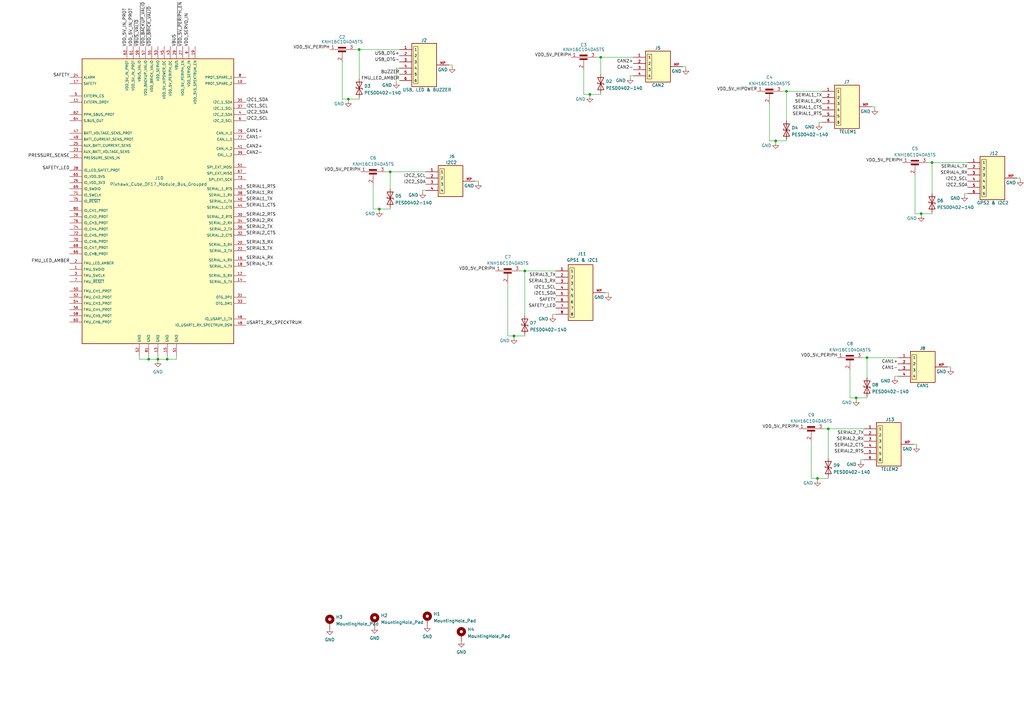
<source format=kicad_sch>
(kicad_sch (version 20211123) (generator eeschema)
  (paper "A3")
  (lib_symbols
    (symbol "BM03B-GHS-TBT_LF__SN__N_:BM03B-GHS-TBT(LF)(SN)(N)" (pin_names (offset 1.016))
      (property "Reference" "J" (at 3.175 8.255 0))
      (property "Value" "BM03B-GHS-TBT(LF)(SN)(N)" (at -3.81 -5.08 0))
      (symbol "BM03B-GHS-TBT(LF)(SN)(N)_0_0"
        (rectangle (start -3.175 7.62) (end 6.985 -2.54) (stroke (width 0.254)) (fill (type background)))
        (pin passive line (at -8.255 5.08 0) (length 5.08) (name "1") (number "1"))
        (pin passive line (at -8.255 2.54 0) (length 5.08) (name "2") (number "2"))
        (pin passive line (at -8.255 0 0) (length 5.08) (name "3") (number "3"))
        (pin passive line (at 12.065 2.54 180) (length 5.08) (name "") (number "MP"))
      )
      (symbol "BM03B-GHS-TBT(LF)(SN)(N)_0_1"
        (rectangle (start -0.635 -1.27) (end -2.54 6.35) (stroke (width 0.1524)))
      )
    )
    (symbol "BM04B-GHS-TBT(LF)(SN)(N)_1" (pin_names (offset 1.016))
      (property "Reference" "J" (at -5.08 7.62 0))
      (property "Value" "BM04B-GHS-TBT(LF)(SN)(N)_1" (at -5.08 -12.7 0))
      (symbol "BM04B-GHS-TBT(LF)(SN)(N)_1_0_0"
        (rectangle (start -5.08 7.62) (end 5.08 -5.08) (stroke (width 0.254)) (fill (type background)))
        (pin passive line (at -10.16 5.08 0) (length 5.08) (name "1") (number "1"))
        (pin passive line (at -10.16 2.54 0) (length 5.08) (name "2") (number "2"))
        (pin passive line (at -10.16 0 0) (length 5.08) (name "3") (number "3"))
        (pin passive line (at -10.16 -2.54 0) (length 5.08) (name "4") (number "4"))
        (pin passive line (at 10.16 1.27 180) (length 5.08) (name "") (number "MP"))
      )
      (symbol "BM04B-GHS-TBT(LF)(SN)(N)_1_1_1"
        (rectangle (start -4.445 6.35) (end -2.54 -3.81) (stroke (width 0.1524)))
      )
    )
    (symbol "BM04B-GHS-TBT(LF)(SN)(N)_2" (pin_names (offset 1.016))
      (property "Reference" "J" (at -5.08 7.62 0))
      (property "Value" "BM04B-GHS-TBT(LF)(SN)(N)_2" (at -5.08 -12.7 0))
      (symbol "BM04B-GHS-TBT(LF)(SN)(N)_2_0_0"
        (rectangle (start -5.08 7.62) (end 5.08 -5.08) (stroke (width 0.254)) (fill (type background)))
        (pin passive line (at -10.16 5.08 0) (length 5.08) (name "1") (number "1"))
        (pin passive line (at -10.16 2.54 0) (length 5.08) (name "2") (number "2"))
        (pin passive line (at -10.16 0 0) (length 5.08) (name "3") (number "3"))
        (pin passive line (at -10.16 -2.54 0) (length 5.08) (name "4") (number "4"))
        (pin passive line (at 10.16 1.27 180) (length 5.08) (name "") (number "MP"))
      )
      (symbol "BM04B-GHS-TBT(LF)(SN)(N)_2_1_1"
        (rectangle (start -4.445 6.35) (end -2.54 -3.81) (stroke (width 0.1524)))
      )
    )
    (symbol "BM04B-GHS-TBT_LF__SN__N_:BM04B-GHS-TBT(LF)(SN)(N)" (pin_names (offset 1.016))
      (property "Reference" "J" (at -5.08 7.62 0))
      (property "Value" "BM04B-GHS-TBT(LF)(SN)(N)" (at -5.08 -12.7 0))
      (symbol "BM04B-GHS-TBT(LF)(SN)(N)_0_0"
        (rectangle (start -5.08 7.62) (end 5.08 -5.08) (stroke (width 0.254)) (fill (type background)))
        (pin passive line (at -10.16 5.08 0) (length 5.08) (name "1") (number "1"))
        (pin passive line (at -10.16 2.54 0) (length 5.08) (name "2") (number "2"))
        (pin passive line (at -10.16 0 0) (length 5.08) (name "3") (number "3"))
        (pin passive line (at -10.16 -2.54 0) (length 5.08) (name "4") (number "4"))
        (pin passive line (at 10.16 1.27 180) (length 5.08) (name "") (number "MP"))
      )
      (symbol "BM04B-GHS-TBT(LF)(SN)(N)_1_1"
        (rectangle (start -4.445 6.35) (end -2.54 -3.81) (stroke (width 0.1524)))
      )
    )
    (symbol "BM06B-GHS-TBT(LF)(SN)(N)_3" (pin_names (offset 1.016))
      (property "Reference" "J" (at -5.08 10.16 0))
      (property "Value" "BM06B-GHS-TBT(LF)(SN)(N)_3" (at -5.08 -15.24 0))
      (symbol "BM06B-GHS-TBT(LF)(SN)(N)_3_0_0"
        (rectangle (start -5.08 10.16) (end 5.08 -7.62) (stroke (width 0.254)) (fill (type background)))
        (pin passive line (at -10.16 7.62 0) (length 5.08) (name "1") (number "1"))
        (pin passive line (at -10.16 5.08 0) (length 5.08) (name "2") (number "2"))
        (pin passive line (at -10.16 2.54 0) (length 5.08) (name "3") (number "3"))
        (pin passive line (at -10.16 0 0) (length 5.08) (name "4") (number "4"))
        (pin passive line (at -10.16 -2.54 0) (length 5.08) (name "5") (number "5"))
        (pin passive line (at -10.16 -5.08 0) (length 5.08) (name "6") (number "6"))
        (pin passive line (at 10.16 1.27 180) (length 5.08) (name "") (number "MP"))
      )
      (symbol "BM06B-GHS-TBT(LF)(SN)(N)_3_1_1"
        (rectangle (start -4.445 8.89) (end -2.54 -6.35) (stroke (width 0.1524)))
      )
    )
    (symbol "BM06B-GHS-TBT_LF__SN__N_:BM06B-GHS-TBT(LF)(SN)(N)" (pin_names (offset 1.016))
      (property "Reference" "J" (at -5.08 10.16 0))
      (property "Value" "BM06B-GHS-TBT(LF)(SN)(N)" (at -5.08 -15.24 0))
      (symbol "BM06B-GHS-TBT(LF)(SN)(N)_0_0"
        (rectangle (start -5.08 10.16) (end 5.08 -7.62) (stroke (width 0.254)) (fill (type background)))
        (pin passive line (at -10.16 7.62 0) (length 5.08) (name "1") (number "1"))
        (pin passive line (at -10.16 5.08 0) (length 5.08) (name "2") (number "2"))
        (pin passive line (at -10.16 2.54 0) (length 5.08) (name "3") (number "3"))
        (pin passive line (at -10.16 0 0) (length 5.08) (name "4") (number "4"))
        (pin passive line (at -10.16 -2.54 0) (length 5.08) (name "5") (number "5"))
        (pin passive line (at -10.16 -5.08 0) (length 5.08) (name "6") (number "6"))
        (pin passive line (at 10.16 1.27 180) (length 5.08) (name "") (number "MP"))
      )
      (symbol "BM06B-GHS-TBT(LF)(SN)(N)_1_1"
        (rectangle (start -4.445 8.89) (end -2.54 -6.35) (stroke (width 0.1524)))
      )
    )
    (symbol "BM08B-GHS-TBT_LF__SN__N_:BM08B-GHS-TBT(LF)(SN)(N)" (pin_names (offset 1.016))
      (property "Reference" "J" (at -5.08 13.2588 0))
      (property "Value" "BM08B-GHS-TBT(LF)(SN)(N)" (at -5.08 -15.2908 0))
      (symbol "BM08B-GHS-TBT(LF)(SN)(N)_0_0"
        (rectangle (start -5.08 12.7) (end 5.08 -10.16) (stroke (width 0.254)) (fill (type background)))
        (pin passive line (at -10.16 10.16 0) (length 5.08) (name "1") (number "1"))
        (pin passive line (at -10.16 7.62 0) (length 5.08) (name "2") (number "2"))
        (pin passive line (at -10.16 5.08 0) (length 5.08) (name "3") (number "3"))
        (pin passive line (at -10.16 2.54 0) (length 5.08) (name "4") (number "4"))
        (pin passive line (at -10.16 0 0) (length 5.08) (name "5") (number "5"))
        (pin passive line (at -10.16 -2.54 0) (length 5.08) (name "6") (number "6"))
        (pin passive line (at -10.16 -5.08 0) (length 5.08) (name "7") (number "7"))
        (pin passive line (at -10.16 -7.62 0) (length 5.08) (name "8") (number "8"))
        (pin passive line (at 10.16 1.27 180) (length 5.08) (name "") (number "MP"))
      )
      (symbol "BM08B-GHS-TBT(LF)(SN)(N)_1_1"
        (rectangle (start -4.445 11.43) (end -2.54 -8.89) (stroke (width 0.1524)))
      )
    )
    (symbol "CubeCarrierBoard:Pixhawk_Cube_DF17_Module_Bus_Grouped"
      (property "Reference" "J?" (at -31.115 55.245 0))
      (property "Value" "Pixhawk_Cube_DF17_Module_Bus_Grouped" (at -17.145 0 0))
      (symbol "Pixhawk_Cube_DF17_Module_Bus_Grouped_0_0"
        (rectangle (start -31.115 53.34) (end 31.115 -63.5) (stroke (width 0.254)) (fill (type background)))
        (text "" (at 17.78 72.39 0) (effects (font (size 1.27 1.27))))
        (pin bidirectional line (at -36.195 -33.02 0) (length 5.08) (name "FMU_SWDIO") (number "1"))
        (pin unspecified line (at 36.195 43.18 180) (length 5.08) (name "PROT_SPARE_2") (number "10"))
        (pin input line (at -36.195 35.56 0) (length 5.08) (name "EXTERN_DRDY") (number "11"))
        (pin input line (at 36.195 -35.56 180) (length 5.08) (name "SERIAL_5_RX") (number "12"))
        (pin power_in line (at 0 -68.58 90) (length 5.08) (name "GND") (number "13"))
        (pin output line (at 36.195 -38.1 180) (length 5.08) (name "SERIAL_5_TX") (number "14"))
        (pin power_in line (at 3.81 -68.58 90) (length 5.08) (name "GND") (number "15"))
        (pin input line (at 36.195 -29.21 180) (length 5.08) (name "SERIAL_4_RX") (number "16"))
        (pin unspecified line (at -36.195 43.18 0) (length 5.08) (name "SAFETY") (number "17"))
        (pin output line (at 36.195 -31.75 180) (length 5.08) (name "SERIAL_4_TX") (number "18"))
        (pin output line (at 15.24 58.42 270) (length 5.08) (name "VDD_3V3_SPEKTRUM_EN") (number "19"))
        (pin output line (at -36.195 -30.48 0) (length 5.08) (name "FMU_LED_AMBER") (number "2"))
        (pin input line (at 36.195 -22.86 180) (length 5.08) (name "SERIAL_3_RX") (number "20"))
        (pin input line (at -36.195 12.7 0) (length 5.08) (name "PRESSURE_SENS_IN") (number "21"))
        (pin output line (at 36.195 -25.4 180) (length 5.08) (name "SERIAL_3_TX") (number "22"))
        (pin input line (at -36.195 15.24 0) (length 5.08) (name "AUX_BATT_VOLTAGE_SENS") (number "23"))
        (pin output line (at -36.195 45.72 0) (length 5.08) (name "ALARM") (number "24"))
        (pin input line (at -36.195 17.78 0) (length 5.08) (name "AUX_BATT_CURRENT_SENS") (number "25"))
        (pin input line (at -36.195 2.54 0) (length 5.08) (name "IO_VDD_3V3") (number "26"))
        (pin output line (at 10.16 58.42 270) (length 5.08) (name "VDD_5V_PERIPH_EN") (number "27"))
        (pin output line (at -36.195 7.62 0) (length 5.08) (name "IO_LED_SAFET_PROT") (number "28"))
        (pin input line (at 7.62 58.42 270) (length 5.08) (name "VBUS") (number "29"))
        (pin output line (at -36.195 -35.56 0) (length 5.08) (name "FMU_SWCLK") (number "3"))
        (pin bidirectional line (at 36.195 -11.43 180) (length 5.08) (name "SERIAL_2_RTS") (number "30"))
        (pin bidirectional line (at 36.195 -44.45 180) (length 5.08) (name "OTG_DP1") (number "31"))
        (pin bidirectional line (at 36.195 -19.05 180) (length 5.08) (name "SERIAL_2_CTS") (number "32"))
        (pin bidirectional line (at 36.195 -46.99 180) (length 5.08) (name "OTG_DM1") (number "33"))
        (pin input line (at 36.195 -13.97 180) (length 5.08) (name "SERIAL_2_RX") (number "34"))
        (pin bidirectional line (at 36.195 35.56 180) (length 5.08) (name "I2C_1_SDA") (number "35"))
        (pin output line (at 36.195 -16.51 180) (length 5.08) (name "SERIAL_2_TX") (number "36"))
        (pin output line (at 36.195 33.02 180) (length 5.08) (name "I2C_1_SCL") (number "37"))
        (pin input line (at 36.195 -2.54 180) (length 5.08) (name "SERIAL_1_RX") (number "38"))
        (pin bidirectional line (at 36.195 13.97 180) (length 5.08) (name "CAL_L_2") (number "39"))
        (pin bidirectional line (at 36.195 30.48 180) (length 5.08) (name "I2C_2_SDA") (number "4"))
        (pin output line (at 36.195 -5.08 180) (length 5.08) (name "SERIAL_1_TX") (number "40"))
        (pin bidirectional line (at 36.195 16.51 180) (length 5.08) (name "CAN_H_2") (number "41"))
        (pin bidirectional line (at 36.195 0 180) (length 5.08) (name "SERIAL_1_RTS") (number "42"))
        (pin input line (at 5.08 58.42 270) (length 5.08) (name "VDD_5V_PERIPH_OC") (number "43"))
        (pin bidirectional line (at 36.195 -7.62 180) (length 5.08) (name "SERIAL_1_CTS") (number "44"))
        (pin input line (at 2.54 58.42 270) (length 5.08) (name "VDD_5V_HIPOWER_OC") (number "45"))
        (pin output line (at 36.195 -53.34 180) (length 5.08) (name "IO_USART_1_TX") (number "46"))
        (pin input line (at -36.195 22.86 0) (length 5.08) (name "BATT_VOLTAGE_SENS_PROT") (number "47"))
        (pin output line (at 36.195 -55.88 180) (length 5.08) (name "IO_USART1_RX_SPECTRUM_DSM") (number "48"))
        (pin input line (at -36.195 20.32 0) (length 5.08) (name "BATT_CURRENT_SENS_PROT") (number "49"))
        (pin output line (at -36.195 38.1 0) (length 5.08) (name "EXTERN_CS") (number "5"))
        (pin output line (at -36.195 -41.91 0) (length 5.08) (name "FMU_CH1_PROT") (number "50"))
        (pin output line (at 36.195 8.89 180) (length 5.08) (name "SPI_EXT_MOSI") (number "51"))
        (pin output line (at -36.195 -44.45 0) (length 5.08) (name "FMU_CH2_PROT") (number "52"))
        (pin input line (at 0 58.42 270) (length 5.08) (name "VDD_SERVO") (number "53"))
        (pin output line (at -36.195 -46.99 0) (length 5.08) (name "FMU_CH3_PROT") (number "54"))
        (pin input line (at -2.54 58.42 270) (length 5.08) (name "VDD_BRICK_VALID") (number "55"))
        (pin output line (at -36.195 -49.53 0) (length 5.08) (name "FMU_CH4_PROT") (number "56"))
        (pin input line (at -5.08 58.42 270) (length 5.08) (name "VDD_BACKUP_VALID") (number "57"))
        (pin output line (at -36.195 -52.07 0) (length 5.08) (name "FMU_CH5_PROT") (number "58"))
        (pin input line (at -7.62 58.42 270) (length 5.08) (name "VBUS_VALID") (number "59"))
        (pin output line (at 36.195 27.94 180) (length 5.08) (name "I2C_2_SCL") (number "6"))
        (pin output line (at -36.195 -54.61 0) (length 5.08) (name "FMU_CH6_PROT") (number "60"))
        (pin input line (at -10.16 58.42 270) (length 5.08) (name "VDD_5V_IN_PROT") (number "61"))
        (pin input line (at -36.195 30.48 0) (length 5.08) (name "PPM_SBUS_PROT") (number "62"))
        (pin input line (at -12.7 58.42 270) (length 5.08) (name "VDD_5V_IN_PROT") (number "63"))
        (pin output line (at -36.195 27.94 0) (length 5.08) (name "S.BUS_OUT") (number "64"))
        (pin output line (at -36.195 5.08 0) (length 5.08) (name "IO_VDD_5V5") (number "65"))
        (pin output line (at -36.195 -26.67 0) (length 5.08) (name "IO_CH8_PROT") (number "66"))
        (pin input line (at 36.195 6.35 180) (length 5.08) (name "SPI_EXT_MISO") (number "67"))
        (pin output line (at -36.195 -24.13 0) (length 5.08) (name "IO_CH7_PROT") (number "68"))
        (pin bidirectional line (at -36.195 0 0) (length 5.08) (name "IO_SWDIO") (number "69"))
        (pin input line (at -36.195 -38.1 0) (length 5.08) (name "FMU_~{RESET}") (number "7"))
        (pin output line (at -36.195 -21.59 0) (length 5.08) (name "IO_CH6_PROT") (number "70"))
        (pin output line (at -36.195 -2.54 0) (length 5.08) (name "IO_SWCLK") (number "71"))
        (pin output line (at -36.195 -19.05 0) (length 5.08) (name "IO_CH5_PROT") (number "72"))
        (pin output line (at 36.195 3.81 180) (length 5.08) (name "SPI_EXT_SCK") (number "73"))
        (pin output line (at -36.195 -16.51 0) (length 5.08) (name "IO_CH4_PROT") (number "74"))
        (pin passive line (at -36.195 -5.08 0) (length 5.08) (name "IO_~{RESET}") (number "75"))
        (pin output line (at -36.195 -13.97 0) (length 5.08) (name "IO_CH3_PROT") (number "76"))
        (pin bidirectional line (at 36.195 20.32 180) (length 5.08) (name "CAN_L_1") (number "77"))
        (pin output line (at -36.195 -11.43 0) (length 5.08) (name "IO_CH2_PROT") (number "78"))
        (pin bidirectional line (at 36.195 22.86 180) (length 5.08) (name "CAN_H_1") (number "79"))
        (pin unspecified line (at 36.195 45.72 180) (length 5.08) (name "PROT_SPARE_1") (number "8"))
        (pin output line (at -36.195 -8.89 0) (length 5.08) (name "IO_CH1_PROT") (number "80"))
        (pin power_in line (at -3.81 -68.58 90) (length 5.08) (name "GND") (number "81"))
        (pin input line (at 12.7 58.42 270) (length 5.08) (name "VDD_SERVO_IN") (number "9"))
        (pin bidirectional line (at 7.62 -68.58 90) (length 5.08) (name "GND") (number "S1"))
        (pin bidirectional line (at -7.62 -68.58 90) (length 5.08) (name "GND") (number "S2"))
      )
    )
    (symbol "Device:D_TVS" (pin_numbers hide) (pin_names (offset 1.016) hide)
      (property "Reference" "D" (at 0 2.54 0))
      (property "Value" "D_TVS" (at 0 -2.54 0))
      (symbol "D_TVS_0_1"
        (polyline (pts (xy 1.27 0) (xy -1.27 0)))
        (polyline (pts (xy 0.508 1.27) (xy 0 1.27) (xy 0 -1.27) (xy -0.508 -1.27)) (stroke (width 0.254)))
        (polyline (pts (xy -2.54 1.27) (xy -2.54 -1.27) (xy 2.54 1.27) (xy 2.54 -1.27) (xy -2.54 1.27)) (stroke (width 0.254)))
      )
      (symbol "D_TVS_1_1"
        (pin passive line (at -3.81 0 0) (length 2.54) (name "A1") (number "1"))
        (pin passive line (at 3.81 0 180) (length 2.54) (name "A2") (number "2"))
      )
    )
    (symbol "Device:Filter_EMI_C" (pin_names (offset 0.254) hide)
      (property "Reference" "C" (at 0 7.62 0))
      (property "Value" "Filter_EMI_C" (at 0 5.715 0))
      (symbol "Filter_EMI_C_0_1"
        (rectangle (start -1.651 1.524) (end 1.524 2.032) (fill (type outline)))
        (polyline (pts (xy -2.54 2.54) (xy 2.54 2.54)))
        (polyline (pts (xy 0 0) (xy 0 1.778)))
        (rectangle (start 1.524 3.048) (end -1.651 3.556) (fill (type outline)))
      )
      (symbol "Filter_EMI_C_1_1"
        (pin passive line (at -5.08 2.54 0) (length 2.54) (name "1") (number "1"))
        (pin passive line (at 0 -2.54 90) (length 2.54) (name "2") (number "2"))
        (pin passive line (at 5.08 2.54 180) (length 2.54) (name "3") (number "3"))
      )
    )
    (symbol "Mechanical:MountingHole_Pad" (pin_numbers hide) (pin_names (offset 1.016) hide)
      (property "Reference" "H" (at 0 6.35 0))
      (property "Value" "MountingHole_Pad" (at 0 4.445 0))
      (symbol "MountingHole_Pad_0_1"
        (circle (center 0 1.27) (radius 1.27) (stroke (width 1.27)))
      )
      (symbol "MountingHole_Pad_1_1"
        (pin input line (at 0 -2.54 90) (length 2.54) (name "1") (number "1"))
      )
    )
    (symbol "power:GND" (power) (pin_names (offset 0))
      (property "Value" "GND" (at 0 -3.81 0))
      (symbol "GND_0_1"
        (polyline (pts (xy 0 0) (xy 0 -1.27) (xy 1.27 -1.27) (xy 0 -2.54) (xy -1.27 -1.27) (xy 0 -1.27)))
      )
      (symbol "GND_1_1"
        (pin power_in line (at 0 0 270) (length 0) hide (name "GND") (number "1"))
      )
    )
  )
  (junction (at 246.38 23.495))
  (junction (at 377.825 87.63))
  (junction (at 160.02 70.485))
  (junction (at 241.935 38.735))
  (junction (at 335.28 196.215))
  (junction (at 222.885 -48.26))
  (junction (at 60.96 147.32))
  (junction (at 64.77 147.32))
  (junction (at 318.135 57.785))
  (junction (at 322.58 37.465))
  (junction (at 218.44 -35.56))
  (junction (at 215.265 111.125))
  (junction (at 147.32 20.32))
  (junction (at 355.6 146.685))
  (junction (at 210.82 137.795))
  (junction (at 382.27 66.675))
  (junction (at 155.575 85.725))
  (junction (at 68.58 147.32))
  (junction (at 339.725 175.895))
  (junction (at 142.875 40.64))
  (junction (at 351.155 163.195))
  (wire (pts (xy 142.875 41.275) (xy 142.875 40.64)))
  (wire (pts (xy 244.475 23.495) (xy 246.38 23.495)))
  (wire (pts (xy 355.6 146.685) (xy 355.6 154.94)))
  (wire (pts (xy 68.58 146.05) (xy 68.58 147.32)))
  (wire (pts (xy 155.575 86.36) (xy 155.575 85.725)))
  (wire (pts (xy 239.395 28.575) (xy 239.395 38.735)))
  (wire (pts (xy 160.02 70.485) (xy 174.625 70.485)))
  (wire (pts (xy 162.56 27.94) (xy 163.83 27.94)))
  (wire (pts (xy 142.875 40.64) (xy 147.32 40.64)))
  (wire (pts (xy 396.875 79.375) (xy 395.605 79.375)))
  (wire (pts (xy 418.465 73.66) (xy 418.465 73.025)))
  (wire (pts (xy 210.82 137.795) (xy 215.265 137.795)))
  (wire (pts (xy 335.28 196.215) (xy 339.725 196.215)))
  (wire (pts (xy 194.945 74.295) (xy 196.215 74.295)))
  (wire (pts (xy 210.82 137.795) (xy 208.28 137.795)))
  (wire (pts (xy 174.625 78.105) (xy 173.355 78.105)))
  (wire (pts (xy 218.44 -35.56) (xy 222.885 -35.56)))
  (wire (pts (xy 215.265 137.795) (xy 215.265 137.16)))
  (wire (pts (xy 368.3 154.305) (xy 367.03 154.305)))
  (wire (pts (xy 389.89 151.13) (xy 389.89 150.495)))
  (wire (pts (xy 155.575 85.725) (xy 153.035 85.725)))
  (wire (pts (xy 248.285 120.015) (xy 249.555 120.015)))
  (wire (pts (xy 218.44 -35.56) (xy 215.9 -35.56)))
  (wire (pts (xy 246.38 23.495) (xy 246.38 30.48)))
  (wire (pts (xy 355.6 163.195) (xy 355.6 162.56)))
  (wire (pts (xy 351.155 163.195) (xy 355.6 163.195)))
  (wire (pts (xy 246.38 23.495) (xy 259.715 23.495)))
  (wire (pts (xy 218.44 -34.925) (xy 218.44 -35.56)))
  (wire (pts (xy 335.28 196.215) (xy 332.74 196.215)))
  (wire (pts (xy 64.77 146.05) (xy 64.77 147.32)))
  (wire (pts (xy 380.365 66.675) (xy 382.27 66.675)))
  (wire (pts (xy 375.285 71.755) (xy 375.285 87.63)))
  (wire (pts (xy 249.555 120.65) (xy 249.555 120.015)))
  (wire (pts (xy 215.265 111.125) (xy 215.265 129.54)))
  (wire (pts (xy 57.15 146.05) (xy 57.15 147.32)))
  (wire (pts (xy 241.935 -43.18) (xy 240.665 -43.18)))
  (wire (pts (xy 140.335 25.4) (xy 140.335 40.64)))
  (wire (pts (xy 351.155 163.83) (xy 351.155 163.195)))
  (wire (pts (xy 60.96 147.32) (xy 64.77 147.32)))
  (wire (pts (xy 377.825 88.265) (xy 377.825 87.63)))
  (wire (pts (xy 210.82 138.43) (xy 210.82 137.795)))
  (wire (pts (xy 147.32 20.32) (xy 147.32 32.385)))
  (wire (pts (xy 213.36 111.125) (xy 215.265 111.125)))
  (wire (pts (xy 72.39 147.32) (xy 72.39 146.05)))
  (wire (pts (xy 348.615 151.765) (xy 348.615 163.195)))
  (wire (pts (xy 222.885 -48.26) (xy 222.885 -43.815)))
  (wire (pts (xy 357.505 43.815) (xy 358.775 43.815)))
  (wire (pts (xy 354.33 188.595) (xy 353.06 188.595)))
  (wire (pts (xy 337.185 50.165) (xy 335.915 50.165)))
  (wire (pts (xy 145.415 20.32) (xy 147.32 20.32)))
  (wire (pts (xy 147.32 20.32) (xy 163.83 20.32)))
  (wire (pts (xy 374.65 182.245) (xy 375.92 182.245)))
  (wire (pts (xy 318.135 57.785) (xy 322.58 57.785)))
  (wire (pts (xy 258.445 31.115) (xy 258.445 31.75)))
  (wire (pts (xy 353.695 146.685) (xy 355.6 146.685)))
  (wire (pts (xy 375.92 182.88) (xy 375.92 182.245)))
  (wire (pts (xy 196.215 74.93) (xy 196.215 74.295)))
  (wire (pts (xy 208.28 116.205) (xy 208.28 137.795)))
  (wire (pts (xy 64.77 147.955) (xy 64.77 147.32)))
  (wire (pts (xy 246.38 38.735) (xy 246.38 38.1)))
  (wire (pts (xy 318.135 58.42) (xy 318.135 57.785)))
  (wire (pts (xy 335.28 196.85) (xy 335.28 196.215)))
  (wire (pts (xy 173.355 78.105) (xy 173.355 78.74)))
  (wire (pts (xy 358.775 44.45) (xy 358.775 43.815)))
  (wire (pts (xy 339.725 175.895) (xy 339.725 187.96)))
  (wire (pts (xy 332.74 180.975) (xy 332.74 196.215)))
  (wire (pts (xy 162.56 27.94) (xy 162.56 33.655)))
  (wire (pts (xy 322.58 57.785) (xy 322.58 57.15)))
  (wire (pts (xy 280.035 27.305) (xy 281.305 27.305)))
  (wire (pts (xy 353.06 188.595) (xy 353.06 189.23)))
  (wire (pts (xy 60.96 146.05) (xy 60.96 147.32)))
  (wire (pts (xy 226.695 128.905) (xy 226.695 129.54)))
  (wire (pts (xy 337.82 175.895) (xy 339.725 175.895)))
  (wire (pts (xy 220.98 -48.26) (xy 222.885 -48.26)))
  (wire (pts (xy 142.875 40.64) (xy 140.335 40.64)))
  (wire (pts (xy 241.935 39.37) (xy 241.935 38.735)))
  (wire (pts (xy 240.665 -43.18) (xy 240.665 -42.545)))
  (wire (pts (xy 158.115 70.485) (xy 160.02 70.485)))
  (wire (pts (xy 417.195 73.025) (xy 418.465 73.025)))
  (wire (pts (xy 262.255 -45.72) (xy 263.525 -45.72)))
  (wire (pts (xy 155.575 85.725) (xy 160.02 85.725)))
  (wire (pts (xy 241.935 38.735) (xy 239.395 38.735)))
  (wire (pts (xy 215.265 111.125) (xy 227.965 111.125)))
  (wire (pts (xy 377.825 87.63) (xy 382.27 87.63)))
  (wire (pts (xy 322.58 37.465) (xy 322.58 49.53)))
  (wire (pts (xy 259.715 31.115) (xy 258.445 31.115)))
  (wire (pts (xy 339.725 175.895) (xy 354.33 175.895)))
  (wire (pts (xy 377.825 87.63) (xy 375.285 87.63)))
  (wire (pts (xy 263.525 -45.085) (xy 263.525 -45.72)))
  (wire (pts (xy 395.605 79.375) (xy 395.605 80.01)))
  (wire (pts (xy 222.885 -48.26) (xy 241.935 -48.26)))
  (wire (pts (xy 318.135 57.785) (xy 315.595 57.785)))
  (wire (pts (xy 355.6 146.685) (xy 368.3 146.685)))
  (wire (pts (xy 160.02 85.725) (xy 160.02 85.09)))
  (wire (pts (xy 382.27 66.675) (xy 396.875 66.675)))
  (wire (pts (xy 322.58 37.465) (xy 337.185 37.465)))
  (wire (pts (xy 153.035 75.565) (xy 153.035 85.725)))
  (wire (pts (xy 185.42 27.305) (xy 185.42 26.67)))
  (wire (pts (xy 184.15 26.67) (xy 185.42 26.67)))
  (wire (pts (xy 227.965 128.905) (xy 226.695 128.905)))
  (wire (pts (xy 367.03 154.305) (xy 367.03 154.94)))
  (wire (pts (xy 388.62 150.495) (xy 389.89 150.495)))
  (wire (pts (xy 160.02 70.485) (xy 160.02 77.47)))
  (wire (pts (xy 241.935 38.735) (xy 246.38 38.735)))
  (wire (pts (xy 351.155 163.195) (xy 348.615 163.195)))
  (wire (pts (xy 315.595 42.545) (xy 315.595 57.785)))
  (wire (pts (xy 68.58 147.32) (xy 72.39 147.32)))
  (wire (pts (xy 281.305 27.94) (xy 281.305 27.305)))
  (wire (pts (xy 215.9 -43.18) (xy 215.9 -35.56)))
  (wire (pts (xy 339.725 196.215) (xy 339.725 195.58)))
  (wire (pts (xy 382.27 66.675) (xy 382.27 79.375)))
  (wire (pts (xy 64.77 147.32) (xy 68.58 147.32)))
  (wire (pts (xy 382.27 87.63) (xy 382.27 86.995)))
  (wire (pts (xy 57.15 147.32) (xy 60.96 147.32)))
  (wire (pts (xy 147.32 40.64) (xy 147.32 40.005)))
  (wire (pts (xy 320.675 37.465) (xy 322.58 37.465)))
  (wire (pts (xy 335.915 50.165) (xy 335.915 50.8)))
  (wire (pts (xy 222.885 -35.56) (xy 222.885 -36.195)))
  (label "I2C2_SCL" (at 396.875 74.295 180))
  (label "SERIAL1_RX" (at 100.965 80.01 0))
  (label "SERIAL2_CTS" (at 354.33 183.515 180))
  (label "USART1_RX_SPECKTRUM" (at 100.965 133.35 0))
  (label "I2C2_SDA" (at 100.965 46.99 0))
  (label "SERIAL1_CTS" (at 100.965 85.09 0))
  (label "SERIAL2_CTS" (at 100.965 96.52 0))
  (label "VDD_5V_PERIPH" (at 234.315 23.495 180))
  (label "~{VDD_5V_PERIPH_EN}" (at 74.93 19.05 90))
  (label "I2C2_SDA" (at 396.875 76.835 180))
  (label "VDD_5V_PERIPH" (at 147.955 70.485 180))
  (label "PRESSURE_SENSE" (at 28.575 64.77 180))
  (label "FMU_LED_AMBER" (at 163.83 33.02 180))
  (label "I2C2_SCL" (at 174.625 73.025 180))
  (label "PRESSURE_SENSE" (at 241.935 -45.72 180))
  (label "USB_OTG-" (at 163.83 25.4 180))
  (label "SERIAL3_TX" (at 100.965 102.87 0))
  (label "SERIAL3_TX" (at 227.965 113.665 180))
  (label "SERIAL1_CTS" (at 337.185 45.085 180))
  (label "SERIAL2_TX" (at 100.965 93.98 0))
  (label "VDD_5V_PERIPH" (at 135.255 20.32 180))
  (label "CAN2+" (at 100.965 60.96 0))
  (label "CAN1+" (at 100.965 54.61 0))
  (label "I2C2_SCL" (at 100.965 49.53 0))
  (label "VDD_5V_IN_PROT" (at 54.61 19.05 90))
  (label "VDD_5V_PERIPH" (at 327.66 175.895 180))
  (label "CAN1+" (at 368.3 149.225 180))
  (label "USB_OTG+" (at 163.83 22.86 180))
  (label "~{VDD_BRICK_VALID}" (at 62.23 19.05 90))
  (label "I2C1_SCL" (at 100.965 44.45 0))
  (label "VDD_5V_PERIPH" (at 370.205 66.675 180))
  (label "SERIAL2_TX" (at 354.33 178.435 180))
  (label "SERIAL4_RX" (at 100.965 106.68 0))
  (label "SERIAL1_RTS" (at 100.965 77.47 0))
  (label "SERIAL1_TX" (at 100.965 82.55 0))
  (label "FMU_LED_AMBER" (at 28.575 107.95 180))
  (label "SAFETY" (at 28.575 31.75 180))
  (label "SAFETY_LED" (at 28.575 69.85 180))
  (label "CAN2+" (at 259.715 26.035 180))
  (label "SERIAL1_RX" (at 337.185 42.545 180))
  (label "SAFETY_LED" (at 227.965 126.365 180))
  (label "SAFETY" (at 227.965 123.825 180))
  (label "VDD_5V_PERIPH" (at 203.2 111.125 180))
  (label "I2C2_SDA" (at 174.625 75.565 180))
  (label "CAN1-" (at 368.3 151.765 180))
  (label "CAN1-" (at 100.965 57.15 0))
  (label "SERIAL4_RX" (at 396.875 71.755 180))
  (label "I2C1_SDA" (at 100.965 41.91 0))
  (label "SERIAL4_TX" (at 396.875 69.215 180))
  (label "BUZZER" (at 163.83 30.48 180))
  (label "SERIAL1_TX" (at 337.185 40.005 180))
  (label "CAN2-" (at 259.715 28.575 180))
  (label "SERIAL3_RX" (at 227.965 116.205 180))
  (label "VBUS" (at 146.685 -0.635 180))
  (label "I2C1_SDA" (at 227.965 121.285 180))
  (label "SERIAL4_TX" (at 100.965 109.22 0))
  (label "VDD_5V_IN_PROT" (at 52.07 19.05 90))
  (label "SERIAL1_RTS" (at 337.185 47.625 180))
  (label "I2C1_SCL" (at 227.965 118.745 180))
  (label "SERIAL2_RX" (at 100.965 91.44 0))
  (label "SERIAL2_RTS" (at 354.33 186.055 180))
  (label "SERIAL3_RX" (at 100.965 100.33 0))
  (label "CAN2-" (at 100.965 63.5 0))
  (label "SERIAL2_RTS" (at 100.965 88.9 0))
  (label "~{VDD_BACKUP_VALID}" (at 59.69 19.05 90))
  (label "~{VBUS_VALID}" (at 57.15 19.05 90))
  (label "VDD_5V_HIPOWER" (at 310.515 37.465 180))
  (label "SERIAL2_RX" (at 354.33 180.975 180))
  (label "VBUS" (at 72.39 19.05 90))
  (label "VDD_SERVO_IN" (at 77.47 19.05 90))
  (label "VDD_5V_PERIPH" (at 343.535 146.685 180))
  (symbol (lib_name "BM04B-GHS-TBT(LF)(SN)(N)_1") (lib_id "BM04B-GHS-TBT_LF__SN__N_:BM04B-GHS-TBT(LF)(SN)(N)") (at 378.46 151.765 0) (unit 1)
    (property "Reference" "J8" (at 377.19 142.875 0) (effects (justify left)))
    (property "Value" "CAN1" (at 375.92 158.115 0) (effects (justify left)))
    (property "Footprint" "Connector_JST:JST_GH_SM04B-GHS-TB_1x04-1MP_P1.25mm_Horizontal" (effects hide))
    (property "PARTREV" "N/A" (effects hide))
    (property "MAXIMUM_PACKAGE_HEIGHT" "4.05mm" (effects hide))
    (property "MANUFACTURER" "JST" (effects hide))
    (property "STANDARD" "Manufacturer Recommendations" (effects hide))
  )
  (symbol (lib_id "power:GND") (at 353.06 189.23 0) (unit 1)
    (property "Reference" "#PWR022" (effects hide))
    (property "Value" "GND" (at 349.25 190.5 0))
  )
  (symbol (lib_id "BM03B-GHS-TBT_LF__SN__N_:BM03B-GHS-TBT(LF)(SN)(N)") (at 250.19 -43.18 0) (unit 1)
    (property "Reference" "J4" (at 252.095 -52.07 0))
    (property "Value" "ADC" (at 252.095 -39.37 0))
    (property "Footprint" "Connector_JST:JST_GH_SM03B-GHS-TB_1x03-1MP_P1.25mm_Horizontal" (effects hide))
    (property "MANUFACTURER" "JST Sales America Inc." (effects hide))
  )
  (symbol (lib_id "Device:D_TVS") (at 147.32 36.195 90) (unit 1)
    (property "Reference" "D3" (at 149.352 35.2865 90) (effects (justify right)))
    (property "Value" "PESD0402-140" (at 149.352 38.0616 90) (effects (justify right)))
    (property "Footprint" "Diode_SMD:D_0402_1005Metric" (effects hide))
    (property "Datasheet" "https://www.mouser.com/datasheet/2/240/Littelfuse_Polymer_ESD_Suppressor_PESD0402_140_Pro-1092713.pdf" (effects hide))
  )
  (symbol (lib_id "Device:D_TVS") (at 355.6 158.75 90) (unit 1)
    (property "Reference" "D8" (at 357.632 157.8415 90) (effects (justify right)))
    (property "Value" "PESD0402-140" (at 357.632 160.6166 90) (effects (justify right)))
    (property "Footprint" "Diode_SMD:D_0402_1005Metric" (effects hide))
    (property "Datasheet" "https://www.mouser.com/datasheet/2/240/Littelfuse_Polymer_ESD_Suppressor_PESD0402_140_Pro-1092713.pdf" (effects hide))
  )
  (symbol (lib_id "Mechanical:MountingHole_Pad") (at 189.23 260.35 0) (unit 1)
    (property "Reference" "H4" (at 191.77 258.1715 0) (effects (justify left)))
    (property "Value" "MountingHole_Pad" (at 191.77 260.9466 0) (effects (justify left)))
    (property "Footprint" "MountingHole:MountingHole_3.2mm_M3_DIN965_Pad" (effects hide))
  )
  (symbol (lib_id "Device:D_TVS") (at 160.02 81.28 90) (unit 1)
    (property "Reference" "D5" (at 162.052 80.3715 90) (effects (justify right)))
    (property "Value" "PESD0402-140" (at 162.052 83.1466 90) (effects (justify right)))
    (property "Footprint" "Diode_SMD:D_0402_1005Metric" (effects hide))
    (property "Datasheet" "https://www.mouser.com/datasheet/2/240/Littelfuse_Polymer_ESD_Suppressor_PESD0402_140_Pro-1092713.pdf" (effects hide))
  )
  (symbol (lib_id "power:GND") (at 185.42 27.305 0) (unit 1)
    (property "Reference" "#PWR02" (effects hide))
    (property "Value" "GND" (at 181.61 28.575 0))
  )
  (symbol (lib_id "Device:Filter_EMI_C") (at 208.28 113.665 0) (unit 1)
    (property "Reference" "C7" (at 208.28 105.41 0))
    (property "Value" "KNH16C104DA5TS" (at 208.28 107.95 0))
    (property "Footprint" "libraries:KNH16C104DA5TS" (effects hide))
    (property "Datasheet" "https://media.digikey.com/pdf/Data%20Sheets/AVX%20PDFs/KNH16_Series.pdf" (effects hide))
  )
  (symbol (lib_id "Device:Filter_EMI_C") (at 332.74 178.435 0) (unit 1)
    (property "Reference" "C9" (at 332.74 170.18 0))
    (property "Value" "KNH16C104DA5TS" (at 332.74 172.72 0))
    (property "Footprint" "libraries:KNH16C104DA5TS" (effects hide))
    (property "Datasheet" "https://media.digikey.com/pdf/Data%20Sheets/AVX%20PDFs/KNH16_Series.pdf" (effects hide))
  )
  (symbol (lib_id "power:GND") (at 395.605 80.01 0) (unit 1)
    (property "Reference" "#PWR021" (effects hide))
    (property "Value" "GND" (at 391.795 81.28 0))
  )
  (symbol (lib_id "power:GND") (at 358.775 44.45 0) (unit 1)
    (property "Reference" "#PWR011" (effects hide))
    (property "Value" "GND" (at 354.965 45.72 0))
  )
  (symbol (lib_id "power:GND") (at 335.28 196.85 0) (unit 1)
    (property "Reference" "#PWR0105" (effects hide))
    (property "Value" "GND" (at 331.47 198.12 0))
  )
  (symbol (lib_id "Mechanical:MountingHole_Pad") (at 153.67 254.635 0) (unit 1)
    (property "Reference" "H2" (at 156.21 252.4565 0) (effects (justify left)))
    (property "Value" "MountingHole_Pad" (at 156.21 255.2316 0) (effects (justify left)))
    (property "Footprint" "MountingHole:MountingHole_3.2mm_M3_DIN965_Pad" (effects hide))
  )
  (symbol (lib_id "power:GND") (at 218.44 -34.925 0) (unit 1)
    (property "Reference" "#PWR0103" (effects hide))
    (property "Value" "GND" (at 214.63 -33.655 0))
  )
  (symbol (lib_id "power:GND") (at 377.825 88.265 0) (unit 1)
    (property "Reference" "#PWR0102" (effects hide))
    (property "Value" "GND" (at 374.015 89.535 0))
  )
  (symbol (lib_id "Mechanical:MountingHole_Pad") (at 175.26 254 0) (unit 1)
    (property "Reference" "H1" (at 177.8 251.8215 0) (effects (justify left)))
    (property "Value" "MountingHole_Pad" (at 177.8 254.5966 0) (effects (justify left)))
    (property "Footprint" "MountingHole:MountingHole_3.2mm_M3_DIN965_Pad" (effects hide))
  )
  (symbol (lib_id "power:GND") (at 196.215 74.93 0) (unit 1)
    (property "Reference" "#PWR010" (effects hide))
    (property "Value" "GND" (at 192.405 76.2 0))
  )
  (symbol (lib_id "BM04B-GHS-TBT_LF__SN__N_:BM04B-GHS-TBT(LF)(SN)(N)") (at 184.785 75.565 0) (unit 1)
    (property "Reference" "J6" (at 184.15 64.135 0) (effects (justify left)))
    (property "Value" "I2C2" (at 182.88 66.675 0) (effects (justify left)))
    (property "Footprint" "Connector_JST:JST_GH_SM04B-GHS-TB_1x04-1MP_P1.25mm_Horizontal" (effects hide))
    (property "PARTREV" "N/A" (effects hide))
    (property "MAXIMUM_PACKAGE_HEIGHT" "4.05mm" (effects hide))
    (property "MANUFACTURER" "JST" (effects hide))
    (property "STANDARD" "Manufacturer Recommendations" (effects hide))
  )
  (symbol (lib_id "power:GND") (at 155.575 86.36 0) (unit 1)
    (property "Reference" "#PWR0108" (effects hide))
    (property "Value" "GND" (at 151.765 87.63 0))
  )
  (symbol (lib_name "BM04B-GHS-TBT(LF)(SN)(N)_2") (lib_id "BM04B-GHS-TBT_LF__SN__N_:BM04B-GHS-TBT(LF)(SN)(N)") (at 269.875 28.575 0) (unit 1)
    (property "Reference" "J5" (at 268.605 19.685 0) (effects (justify left)))
    (property "Value" "CAN2" (at 267.335 34.925 0) (effects (justify left)))
    (property "Footprint" "Connector_JST:JST_GH_SM04B-GHS-TB_1x04-1MP_P1.25mm_Horizontal" (effects hide))
    (property "PARTREV" "N/A" (effects hide))
    (property "MAXIMUM_PACKAGE_HEIGHT" "4.05mm" (effects hide))
    (property "MANUFACTURER" "JST" (effects hide))
    (property "STANDARD" "Manufacturer Recommendations" (effects hide))
  )
  (symbol (lib_id "Device:Filter_EMI_C") (at 215.9 -45.72 0) (unit 1)
    (property "Reference" "C1" (at 215.9 -53.1155 0))
    (property "Value" "KNH16C104DA5TS" (at 215.9 -50.3404 0))
    (property "Footprint" "libraries:KNH16C104DA5TS" (effects hide))
    (property "Datasheet" "https://media.digikey.com/pdf/Data%20Sheets/AVX%20PDFs/KNH16_Series.pdf" (effects hide))
  )
  (symbol (lib_id "power:GND") (at 241.935 39.37 0) (unit 1)
    (property "Reference" "#PWR0101" (effects hide))
    (property "Value" "GND" (at 238.125 40.64 0))
  )
  (symbol (lib_id "power:GND") (at 249.555 120.65 0) (unit 1)
    (property "Reference" "#PWR017" (effects hide))
    (property "Value" "GND" (at 245.745 121.92 0))
  )
  (symbol (lib_id "power:GND") (at 64.77 147.955 0) (unit 1)
    (property "Reference" "#PWR028" (effects hide))
    (property "Value" "GND" (at 64.77 152.5175 0))
  )
  (symbol (lib_id "power:GND") (at 142.875 41.275 0) (unit 1)
    (property "Reference" "#PWR0107" (effects hide))
    (property "Value" "GND" (at 139.065 42.545 0))
  )
  (symbol (lib_id "power:GND") (at 175.26 256.54 0) (unit 1)
    (property "Reference" "#PWR024" (effects hide))
    (property "Value" "GND" (at 175.26 261.1025 0))
  )
  (symbol (lib_id "Device:Filter_EMI_C") (at 153.035 73.025 0) (unit 1)
    (property "Reference" "C6" (at 153.035 64.77 0))
    (property "Value" "KNH16C104DA5TS" (at 153.035 67.31 0))
    (property "Footprint" "libraries:KNH16C104DA5TS" (effects hide))
    (property "Datasheet" "https://media.digikey.com/pdf/Data%20Sheets/AVX%20PDFs/KNH16_Series.pdf" (effects hide))
  )
  (symbol (lib_id "power:GND") (at 367.03 154.94 0) (unit 1)
    (property "Reference" "#PWR015" (effects hide))
    (property "Value" "GND" (at 363.22 156.21 0))
  )
  (symbol (lib_id "BM06B-GHS-TBT_LF__SN__N_:BM06B-GHS-TBT(LF)(SN)(N)") (at 364.49 183.515 0) (unit 1)
    (property "Reference" "J13" (at 363.22 172.085 0) (effects (justify left)))
    (property "Value" "TELEM2" (at 361.315 192.405 0) (effects (justify left)))
    (property "Footprint" "Connector_JST:JST_GH_SM06B-GHS-TB_1x06-1MP_P1.25mm_Horizontal" (effects hide))
    (property "PARTREV" "N/A" (effects hide))
    (property "MAXIMUM_PACKAGE_HEIGHT" "4.05mm" (effects hide))
    (property "MANUFACTURER" "JST" (effects hide))
    (property "STANDARD" "Manufacturer Recommendations" (effects hide))
  )
  (symbol (lib_id "power:GND") (at 162.56 33.655 0) (unit 1)
    (property "Reference" "#PWR03" (effects hide))
    (property "Value" "GND" (at 158.75 34.925 0))
  )
  (symbol (lib_id "Device:D_TVS") (at 322.58 53.34 90) (unit 1)
    (property "Reference" "D4" (at 324.612 52.4315 90) (effects (justify right)))
    (property "Value" "PESD0402-140" (at 324.612 55.2066 90) (effects (justify right)))
    (property "Footprint" "Diode_SMD:D_0402_1005Metric" (effects hide))
    (property "Datasheet" "https://www.mouser.com/datasheet/2/240/Littelfuse_Polymer_ESD_Suppressor_PESD0402_140_Pro-1092713.pdf" (effects hide))
  )
  (symbol (lib_id "power:GND") (at 375.92 182.88 0) (unit 1)
    (property "Reference" "#PWR019" (effects hide))
    (property "Value" "GND" (at 372.11 184.15 0))
  )
  (symbol (lib_name "BM06B-GHS-TBT(LF)(SN)(N)_3") (lib_id "BM06B-GHS-TBT_LF__SN__N_:BM06B-GHS-TBT(LF)(SN)(N)") (at 407.035 74.295 0) (unit 1)
    (property "Reference" "J12" (at 405.765 62.865 0) (effects (justify left)))
    (property "Value" "GPS2 & I2C2" (at 400.685 83.185 0) (effects (justify left)))
    (property "Footprint" "Connector_JST:JST_GH_SM06B-GHS-TB_1x06-1MP_P1.25mm_Horizontal" (effects hide))
    (property "PARTREV" "N/A" (effects hide))
    (property "MAXIMUM_PACKAGE_HEIGHT" "4.05mm" (effects hide))
    (property "MANUFACTURER" "JST" (effects hide))
    (property "STANDARD" "Manufacturer Recommendations" (effects hide))
  )
  (symbol (lib_id "power:GND") (at 189.23 262.89 0) (unit 1)
    (property "Reference" "#PWR027" (effects hide))
    (property "Value" "GND" (at 189.23 267.4525 0))
  )
  (symbol (lib_id "Device:D_TVS") (at 246.38 34.29 90) (unit 1)
    (property "Reference" "D2" (at 248.412 33.3815 90) (effects (justify right)))
    (property "Value" "PESD0402-140" (at 248.412 36.1566 90) (effects (justify right)))
    (property "Footprint" "Diode_SMD:D_0402_1005Metric" (effects hide))
    (property "Datasheet" "https://www.mouser.com/datasheet/2/240/Littelfuse_Polymer_ESD_Suppressor_PESD0402_140_Pro-1092713.pdf" (effects hide))
  )
  (symbol (lib_id "Device:Filter_EMI_C") (at 140.335 22.86 0) (unit 1)
    (property "Reference" "C2" (at 140.335 15.24 0))
    (property "Value" "KNH16C104DA5TS" (at 140.335 17.145 0))
    (property "Footprint" "libraries:KNH16C104DA5TS" (effects hide))
    (property "Datasheet" "https://media.digikey.com/pdf/Data%20Sheets/AVX%20PDFs/KNH16_Series.pdf" (effects hide))
  )
  (symbol (lib_id "power:GND") (at 351.155 163.83 0) (unit 1)
    (property "Reference" "#PWR0104" (effects hide))
    (property "Value" "GND" (at 347.345 165.1 0))
  )
  (symbol (lib_id "power:GND") (at 258.445 31.75 0) (unit 1)
    (property "Reference" "#PWR08" (effects hide))
    (property "Value" "GND" (at 254.635 33.02 0))
  )
  (symbol (lib_id "Device:D_TVS") (at 382.27 83.185 90) (unit 1)
    (property "Reference" "D6" (at 384.302 82.2765 90) (effects (justify right)))
    (property "Value" "PESD0402-140" (at 384.302 85.0516 90) (effects (justify right)))
    (property "Footprint" "Diode_SMD:D_0402_1005Metric" (effects hide))
    (property "Datasheet" "https://www.mouser.com/datasheet/2/240/Littelfuse_Polymer_ESD_Suppressor_PESD0402_140_Pro-1092713.pdf" (effects hide))
  )
  (symbol (lib_id "Device:D_TVS") (at 339.725 191.77 90) (unit 1)
    (property "Reference" "D9" (at 341.757 190.8615 90) (effects (justify right)))
    (property "Value" "PESD0402-140" (at 341.757 193.6366 90) (effects (justify right)))
    (property "Footprint" "Diode_SMD:D_0402_1005Metric" (effects hide))
    (property "Datasheet" "https://www.mouser.com/datasheet/2/240/Littelfuse_Polymer_ESD_Suppressor_PESD0402_140_Pro-1092713.pdf" (effects hide))
  )
  (symbol (lib_id "power:GND") (at 226.695 129.54 0) (unit 1)
    (property "Reference" "#PWR023" (effects hide))
    (property "Value" "GND" (at 222.885 130.81 0))
  )
  (symbol (lib_id "power:GND") (at 335.915 50.8 0) (unit 1)
    (property "Reference" "#PWR014" (effects hide))
    (property "Value" "GND" (at 332.105 52.07 0))
  )
  (symbol (lib_id "power:GND") (at 263.525 -45.085 0) (unit 1)
    (property "Reference" "#PWR04" (effects hide))
    (property "Value" "GND" (at 259.715 -43.815 0))
  )
  (symbol (lib_id "power:GND") (at 389.89 151.13 0) (unit 1)
    (property "Reference" "#PWR012" (effects hide))
    (property "Value" "GND" (at 386.08 152.4 0))
  )
  (symbol (lib_id "power:GND") (at 418.465 73.66 0) (unit 1)
    (property "Reference" "#PWR018" (effects hide))
    (property "Value" "GND" (at 414.655 74.93 0))
  )
  (symbol (lib_id "power:GND") (at 318.135 58.42 0) (unit 1)
    (property "Reference" "#PWR0106" (effects hide))
    (property "Value" "GND" (at 314.325 59.69 0))
  )
  (symbol (lib_id "CubeCarrierBoard:Pixhawk_Cube_DF17_Module_Bus_Grouped") (at 64.77 77.47 0) (unit 1)
    (property "Reference" "J10" (at 63.5 73.025 0) (effects (justify left)))
    (property "Value" "Pixhawk_Cube_DF17_Module_Bus_Grouped" (at 45.085 75.565 0) (effects (justify left)))
    (property "Footprint" "libraries:Cube_DF17_Module_Bus" (effects hide))
  )
  (symbol (lib_id "Device:Filter_EMI_C") (at 239.395 26.035 0) (unit 1)
    (property "Reference" "C3" (at 239.395 18.415 0))
    (property "Value" "KNH16C104DA5TS" (at 239.395 20.32 0))
    (property "Footprint" "libraries:KNH16C104DA5TS" (effects hide))
    (property "Datasheet" "https://media.digikey.com/pdf/Data%20Sheets/AVX%20PDFs/KNH16_Series.pdf" (effects hide))
  )
  (symbol (lib_id "BM06B-GHS-TBT_LF__SN__N_:BM06B-GHS-TBT(LF)(SN)(N)") (at 347.345 45.085 0) (unit 1)
    (property "Reference" "J7" (at 346.075 33.655 0) (effects (justify left)))
    (property "Value" "TELEM1" (at 344.17 53.975 0) (effects (justify left)))
    (property "Footprint" "Connector_JST:JST_GH_SM06B-GHS-TB_1x06-1MP_P1.25mm_Horizontal" (effects hide))
    (property "PARTREV" "N/A" (effects hide))
    (property "MAXIMUM_PACKAGE_HEIGHT" "4.05mm" (effects hide))
    (property "MANUFACTURER" "JST" (effects hide))
    (property "STANDARD" "Manufacturer Recommendations" (effects hide))
  )
  (symbol (lib_id "power:GND") (at 240.665 -42.545 0) (unit 1)
    (property "Reference" "#PWR05" (effects hide))
    (property "Value" "GND" (at 236.855 -41.275 0))
  )
  (symbol (lib_id "BM06B-GHS-TBT_LF__SN__N_:BM06B-GHS-TBT(LF)(SN)(N)") (at 173.99 27.94 0) (unit 1)
    (property "Reference" "J2" (at 172.72 16.51 0) (effects (justify left)))
    (property "Value" "USB, LED & BUZZER" (at 165.1 36.83 0) (effects (justify left)))
    (property "Footprint" "Connector_JST:JST_GH_SM06B-GHS-TB_1x06-1MP_P1.25mm_Horizontal" (effects hide))
    (property "PARTREV" "N/A" (effects hide))
    (property "MAXIMUM_PACKAGE_HEIGHT" "4.05mm" (effects hide))
    (property "MANUFACTURER" "JST" (effects hide))
    (property "STANDARD" "Manufacturer Recommendations" (effects hide))
  )
  (symbol (lib_id "power:GND") (at 135.255 257.81 0) (unit 1)
    (property "Reference" "#PWR026" (effects hide))
    (property "Value" "GND" (at 135.255 262.3725 0))
  )
  (symbol (lib_id "power:GND") (at 210.82 138.43 0) (unit 1)
    (property "Reference" "#PWR0109" (effects hide))
    (property "Value" "GND" (at 207.01 139.7 0))
  )
  (symbol (lib_id "power:GND") (at 281.305 27.94 0) (unit 1)
    (property "Reference" "#PWR07" (effects hide))
    (property "Value" "GND" (at 277.495 29.21 0))
  )
  (symbol (lib_id "Device:Filter_EMI_C") (at 375.285 69.215 0) (unit 1)
    (property "Reference" "C5" (at 375.285 60.96 0))
    (property "Value" "KNH16C104DA5TS" (at 375.285 63.5 0))
    (property "Footprint" "libraries:KNH16C104DA5TS" (effects hide))
    (property "Datasheet" "https://media.digikey.com/pdf/Data%20Sheets/AVX%20PDFs/KNH16_Series.pdf" (effects hide))
  )
  (symbol (lib_id "power:GND") (at 153.67 257.175 0) (unit 1)
    (property "Reference" "#PWR025" (effects hide))
    (property "Value" "GND" (at 153.67 261.7375 0))
  )
  (symbol (lib_id "Device:D_TVS") (at 215.265 133.35 90) (unit 1)
    (property "Reference" "D7" (at 217.297 132.4415 90) (effects (justify right)))
    (property "Value" "PESD0402-140" (at 217.297 135.2166 90) (effects (justify right)))
    (property "Footprint" "Diode_SMD:D_0402_1005Metric" (effects hide))
    (property "Datasheet" "https://www.mouser.com/datasheet/2/240/Littelfuse_Polymer_ESD_Suppressor_PESD0402_140_Pro-1092713.pdf" (effects hide))
  )
  (symbol (lib_id "BM08B-GHS-TBT_LF__SN__N_:BM08B-GHS-TBT(LF)(SN)(N)") (at 238.125 121.285 0) (unit 1)
    (property "Reference" "J11" (at 236.855 104.14 0) (effects (justify left)))
    (property "Value" "GPS1 & I2C1" (at 232.41 106.68 0) (effects (justify left)))
    (property "Footprint" "Connector_JST:JST_GH_SM08B-GHS-TB_1x08-1MP_P1.25mm_Horizontal" (effects hide))
    (property "PACKAGE" "None" (effects hide))
    (property "MANUFACTURER" "JST" (effects hide))
    (property "AVAILABILITY" "Good" (effects hide))
    (property "DESCRIPTION" "Conn Header Gh Top 8pos 1.25mm" (effects hide))
    (property "MP" "BM08B-GHS-TBT_LF__SN__N_" (effects hide))
    (property "STANDARD" "Manufacturer recommendation" (effects hide))
    (property "PRICE" "0.40 USD" (effects hide))
  )
  (symbol (lib_id "Device:D_TVS") (at 222.885 -40.005 90) (unit 1)
    (property "Reference" "D1" (at 224.917 -40.9135 90) (effects (justify right)))
    (property "Value" "PESD0402-140" (at 224.917 -38.1384 90) (effects (justify right)))
    (property "Footprint" "Diode_SMD:D_0402_1005Metric" (effects hide))
    (property "Datasheet" "https://www.mouser.com/datasheet/2/240/Littelfuse_Polymer_ESD_Suppressor_PESD0402_140_Pro-1092713.pdf" (effects hide))
  )
  (symbol (lib_id "Device:Filter_EMI_C") (at 315.595 40.005 0) (unit 1)
    (property "Reference" "C4" (at 315.595 31.75 0))
    (property "Value" "KNH16C104DA5TS" (at 315.595 34.29 0))
    (property "Footprint" "libraries:KNH16C104DA5TS" (effects hide))
    (property "Datasheet" "https://media.digikey.com/pdf/Data%20Sheets/AVX%20PDFs/KNH16_Series.pdf" (effects hide))
  )
  (symbol (lib_id "Device:Filter_EMI_C") (at 348.615 149.225 0) (unit 1)
    (property "Reference" "C8" (at 348.615 140.97 0))
    (property "Value" "KNH16C104DA5TS" (at 348.615 143.51 0))
    (property "Footprint" "libraries:KNH16C104DA5TS" (effects hide))
    (property "Datasheet" "https://media.digikey.com/pdf/Data%20Sheets/AVX%20PDFs/KNH16_Series.pdf" (effects hide))
  )
  (symbol (lib_id "Mechanical:MountingHole_Pad") (at 135.255 255.27 0) (unit 1)
    (property "Reference" "H3" (at 137.795 253.0915 0) (effects (justify left)))
    (property "Value" "MountingHole_Pad" (at 137.795 255.8666 0) (effects (justify left)))
    (property "Footprint" "MountingHole:MountingHole_3.2mm_M3_DIN965_Pad" (effects hide))
  )
  (symbol (lib_id "power:GND") (at 173.355 78.74 0) (unit 1)
    (property "Reference" "#PWR013" (effects hide))
    (property "Value" "GND" (at 169.545 80.01 0))
  )
)
</source>
